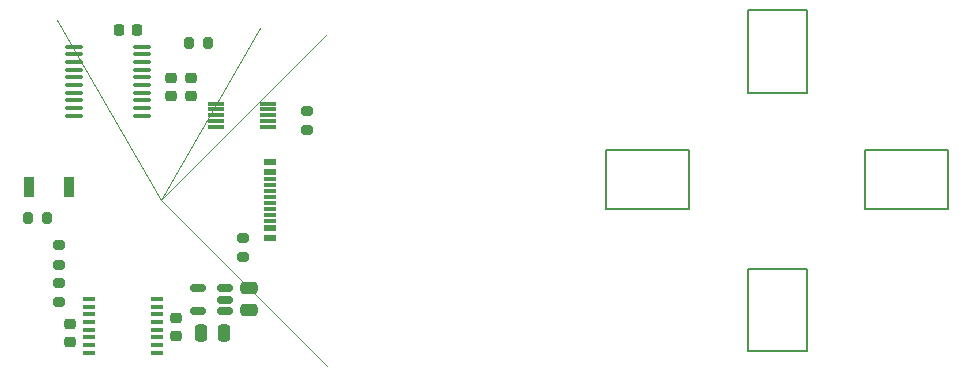
<source format=gbr>
%TF.GenerationSoftware,KiCad,Pcbnew,8.0.0*%
%TF.CreationDate,2024-05-16T16:07:08+03:00*%
%TF.ProjectId,pressure_sensor,70726573-7375-4726-955f-73656e736f72,rev?*%
%TF.SameCoordinates,Original*%
%TF.FileFunction,Paste,Top*%
%TF.FilePolarity,Positive*%
%FSLAX46Y46*%
G04 Gerber Fmt 4.6, Leading zero omitted, Abs format (unit mm)*
G04 Created by KiCad (PCBNEW 8.0.0) date 2024-05-16 16:07:08*
%MOMM*%
%LPD*%
G01*
G04 APERTURE LIST*
G04 Aperture macros list*
%AMRoundRect*
0 Rectangle with rounded corners*
0 $1 Rounding radius*
0 $2 $3 $4 $5 $6 $7 $8 $9 X,Y pos of 4 corners*
0 Add a 4 corners polygon primitive as box body*
4,1,4,$2,$3,$4,$5,$6,$7,$8,$9,$2,$3,0*
0 Add four circle primitives for the rounded corners*
1,1,$1+$1,$2,$3*
1,1,$1+$1,$4,$5*
1,1,$1+$1,$6,$7*
1,1,$1+$1,$8,$9*
0 Add four rect primitives between the rounded corners*
20,1,$1+$1,$2,$3,$4,$5,0*
20,1,$1+$1,$4,$5,$6,$7,0*
20,1,$1+$1,$6,$7,$8,$9,0*
20,1,$1+$1,$8,$9,$2,$3,0*%
G04 Aperture macros list end*
%ADD10C,0.200000*%
%ADD11C,0.100000*%
%ADD12R,1.000000X0.400000*%
%ADD13RoundRect,0.225000X0.250000X-0.225000X0.250000X0.225000X-0.250000X0.225000X-0.250000X-0.225000X0*%
%ADD14RoundRect,0.100000X0.637500X0.100000X-0.637500X0.100000X-0.637500X-0.100000X0.637500X-0.100000X0*%
%ADD15RoundRect,0.250000X-0.250000X-0.475000X0.250000X-0.475000X0.250000X0.475000X-0.250000X0.475000X0*%
%ADD16RoundRect,0.150000X0.512500X0.150000X-0.512500X0.150000X-0.512500X-0.150000X0.512500X-0.150000X0*%
%ADD17RoundRect,0.225000X-0.250000X0.225000X-0.250000X-0.225000X0.250000X-0.225000X0.250000X0.225000X0*%
%ADD18RoundRect,0.250000X-0.475000X0.250000X-0.475000X-0.250000X0.475000X-0.250000X0.475000X0.250000X0*%
%ADD19RoundRect,0.200000X-0.275000X0.200000X-0.275000X-0.200000X0.275000X-0.200000X0.275000X0.200000X0*%
%ADD20RoundRect,0.200000X-0.200000X-0.275000X0.200000X-0.275000X0.200000X0.275000X-0.200000X0.275000X0*%
%ADD21RoundRect,0.200000X0.275000X-0.200000X0.275000X0.200000X-0.275000X0.200000X-0.275000X-0.200000X0*%
%ADD22R,1.400000X0.300000*%
%ADD23R,0.900000X1.700000*%
%ADD24RoundRect,0.225000X0.225000X0.250000X-0.225000X0.250000X-0.225000X-0.250000X0.225000X-0.250000X0*%
%ADD25R,1.140000X0.600000*%
%ADD26R,1.140000X0.300000*%
G04 APERTURE END LIST*
D10*
X219517136Y-63967136D02*
X224517136Y-63967136D01*
X224517136Y-70967136D01*
X219517136Y-70967136D01*
X219517136Y-63967136D01*
X219517136Y-85867136D02*
X224517136Y-85867136D01*
X224517136Y-92867136D01*
X219517136Y-92867136D01*
X219517136Y-85867136D01*
D11*
X169799998Y-80049997D02*
X160989777Y-64790246D01*
X169800000Y-80100000D02*
X178207735Y-65537377D01*
X169800000Y-80100000D02*
X183857204Y-94157204D01*
X169800000Y-80107204D02*
X183857204Y-66050000D01*
D10*
X214517137Y-80867136D02*
X207517134Y-80867136D01*
X207517137Y-75867138D01*
X214517135Y-75867136D01*
X214517137Y-80867136D01*
X236417136Y-80867135D02*
X229417135Y-80867137D01*
X229417136Y-75867137D01*
X236417137Y-75867135D01*
X236417136Y-80867135D01*
D12*
%TO.C,D1*%
X163700004Y-88450003D03*
X163700002Y-89100003D03*
X163700004Y-89750004D03*
X163700004Y-90400006D03*
X163699994Y-91049993D03*
X163700000Y-91700005D03*
X163700001Y-92350005D03*
X163700002Y-93000001D03*
X169500000Y-93000001D03*
X169500002Y-92350001D03*
X169500000Y-91700000D03*
X169500000Y-91049998D03*
X169500010Y-90400011D03*
X169500004Y-89749999D03*
X169500003Y-89099999D03*
X169500002Y-88450003D03*
%TD*%
D13*
%TO.C,C19*%
X172350000Y-71250000D03*
X172350000Y-69699998D03*
%TD*%
D14*
%TO.C,U4*%
X168199999Y-72925000D03*
X168200000Y-72275000D03*
X168200000Y-71625000D03*
X168200000Y-70975000D03*
X168199999Y-70324999D03*
X168199999Y-69675001D03*
X168200000Y-69025000D03*
X168200000Y-68375001D03*
X168199999Y-67724999D03*
X168200004Y-67075001D03*
X162475001Y-67075000D03*
X162475000Y-67725000D03*
X162475000Y-68375000D03*
X162475000Y-69025000D03*
X162475001Y-69675001D03*
X162475001Y-70324999D03*
X162475000Y-70975000D03*
X162475000Y-71624999D03*
X162475001Y-72275001D03*
X162474996Y-72924999D03*
%TD*%
D15*
%TO.C,C17*%
X173250002Y-91300002D03*
X175150000Y-91300002D03*
%TD*%
D16*
%TO.C,U3*%
X175249998Y-89450003D03*
X175249998Y-88500003D03*
X175249998Y-87550003D03*
X172974998Y-87550003D03*
X172974998Y-89450003D03*
%TD*%
D17*
%TO.C,C4*%
X171050001Y-90059875D03*
X171050001Y-91609877D03*
%TD*%
D18*
%TO.C,C16*%
X177250000Y-87500002D03*
X177250000Y-89400000D03*
%TD*%
D19*
%TO.C,R14*%
X161150000Y-87075000D03*
X161150000Y-88725000D03*
%TD*%
D20*
%TO.C,R9*%
X158550000Y-81575000D03*
X160200000Y-81575000D03*
%TD*%
D13*
%TO.C,C3*%
X162100000Y-92100000D03*
X162100000Y-90549998D03*
%TD*%
D21*
%TO.C,R1*%
X182150000Y-74150000D03*
X182150000Y-72500000D03*
%TD*%
D22*
%TO.C,U5*%
X178850005Y-73899998D03*
X178850000Y-73400000D03*
X178850000Y-72900000D03*
X178850002Y-72400004D03*
X178850001Y-71899999D03*
X174449995Y-71900002D03*
X174450000Y-72400000D03*
X174450000Y-72900000D03*
X174449998Y-73399996D03*
X174449999Y-73900001D03*
%TD*%
D23*
%TO.C,SW2*%
X158625000Y-79000000D03*
X162025000Y-79000000D03*
%TD*%
D21*
%TO.C,R15*%
X161175000Y-85550000D03*
X161175000Y-83900000D03*
%TD*%
D24*
%TO.C,C20*%
X167775002Y-65650000D03*
X166225000Y-65650000D03*
%TD*%
D13*
%TO.C,C18*%
X170700000Y-71250000D03*
X170700000Y-69699998D03*
%TD*%
D25*
%TO.C,J11*%
X179050001Y-83275000D03*
X179050001Y-82475001D03*
D26*
X179050001Y-81325000D03*
X179050000Y-80325000D03*
X179050001Y-79825001D03*
X179050002Y-78825000D03*
D25*
X179050001Y-76875000D03*
X179050002Y-77674999D03*
D26*
X179050000Y-78325000D03*
X179050000Y-79324999D03*
X179050002Y-80825001D03*
X179050001Y-81825000D03*
%TD*%
D19*
%TO.C,R2*%
X176800000Y-83250000D03*
X176800000Y-84900000D03*
%TD*%
D20*
%TO.C,R10*%
X172150000Y-66750000D03*
X173800000Y-66750000D03*
%TD*%
M02*

</source>
